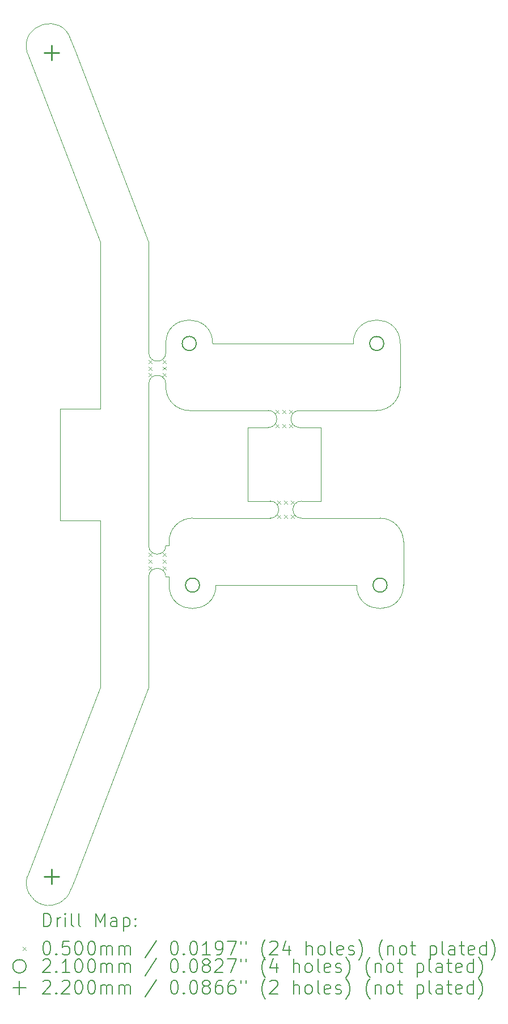
<source format=gbr>
%TF.GenerationSoftware,KiCad,Pcbnew,8.0.3*%
%TF.CreationDate,2025-05-12T21:07:48+02:00*%
%TF.ProjectId,IMU_PCBs,494d555f-5043-4427-932e-6b696361645f,rev?*%
%TF.SameCoordinates,Original*%
%TF.FileFunction,Drillmap*%
%TF.FilePolarity,Positive*%
%FSLAX45Y45*%
G04 Gerber Fmt 4.5, Leading zero omitted, Abs format (unit mm)*
G04 Created by KiCad (PCBNEW 8.0.3) date 2025-05-12 21:07:48*
%MOMM*%
%LPD*%
G01*
G04 APERTURE LIST*
%ADD10C,0.050000*%
%ADD11C,0.200000*%
%ADD12C,0.100000*%
%ADD13C,0.210000*%
%ADD14C,0.220000*%
G04 APERTURE END LIST*
D10*
X7278000Y-11407137D02*
X7278000Y-9737137D01*
X8602750Y-12248137D02*
X8603000Y-13897137D01*
X8906000Y-11782000D02*
X8856750Y-11782137D01*
X8906000Y-11721000D02*
X8906000Y-11782000D01*
X8906000Y-12249000D02*
X8856750Y-12248137D01*
X8906000Y-12371000D02*
X8906000Y-12249000D01*
X8856750Y-8900137D02*
X8857000Y-8763000D01*
X8856750Y-9366137D02*
X8857000Y-9413000D01*
X8602750Y-9366137D02*
X8602750Y-11782137D01*
X8603000Y-7247137D02*
X8602750Y-8900137D01*
X7513000Y-16722137D02*
X7440039Y-16912207D01*
X6788000Y-4422137D02*
G75*
G02*
X7440039Y-4232067I326020J95035D01*
G01*
X7513000Y-16722137D02*
X8603000Y-13897137D01*
X7878000Y-11407137D02*
X7278000Y-11407137D01*
X7513000Y-4422137D02*
X8603000Y-7247137D01*
X7878000Y-9737137D02*
X7278000Y-9737137D01*
X7878000Y-7247137D02*
X7878000Y-9737137D01*
X6788000Y-4422137D02*
X7878000Y-7247137D01*
X7513000Y-4422137D02*
X7440039Y-4232067D01*
X7878000Y-13897137D02*
X7878000Y-11407137D01*
X10882000Y-11117000D02*
X11177000Y-11117000D01*
X12406000Y-12371000D02*
G75*
G02*
X11706000Y-12371000I-350000J0D01*
G01*
X10077000Y-11117000D02*
X10077000Y-10017000D01*
X10388000Y-10017000D02*
X10077000Y-10017000D01*
X12357000Y-8763000D02*
X12357000Y-9413000D01*
X11177000Y-10017000D02*
X11177000Y-11117000D01*
X8906000Y-11721000D02*
G75*
G02*
X9256000Y-11371000I350000J0D01*
G01*
X9606000Y-12371000D02*
G75*
G02*
X8906000Y-12371000I-350000J0D01*
G01*
X10416000Y-11371000D02*
X9256000Y-11371000D01*
X12056000Y-11371000D02*
G75*
G02*
X12406000Y-11721000I0J-350000D01*
G01*
X12406000Y-12371000D02*
X12406000Y-11721000D01*
X10854000Y-9763000D02*
X12007000Y-9763000D01*
X10854000Y-10017000D02*
X11177000Y-10017000D01*
X11657000Y-8763000D02*
G75*
G02*
X12357000Y-8763000I350000J0D01*
G01*
X9557000Y-8763000D02*
X11657000Y-8763000D01*
X9207000Y-9763000D02*
G75*
G02*
X8857000Y-9413000I0J350000D01*
G01*
X12056000Y-11371000D02*
X10882000Y-11371000D01*
X8857000Y-8763000D02*
G75*
G02*
X9557000Y-8763000I350000J0D01*
G01*
X9207000Y-9763000D02*
X10388000Y-9763000D01*
X10416000Y-11117000D02*
X10077000Y-11117000D01*
X12357000Y-9413000D02*
G75*
G02*
X12007000Y-9763000I-350000J0D01*
G01*
X11706000Y-12371000D02*
X9606000Y-12371000D01*
X6788000Y-16722137D02*
X7878000Y-13897137D01*
X7440039Y-16912207D02*
G75*
G02*
X6788000Y-16722137I-326020J95033D01*
G01*
X8856750Y-8900137D02*
G75*
G02*
X8602750Y-8900137I-127000J0D01*
G01*
X8602750Y-9366137D02*
G75*
G02*
X8856750Y-9366137I127000J0D01*
G01*
X8602750Y-12248137D02*
G75*
G02*
X8856750Y-12248137I127000J0D01*
G01*
X8856750Y-11782137D02*
G75*
G02*
X8602750Y-11782137I-127000J0D01*
G01*
X10416000Y-11117000D02*
G75*
G02*
X10416000Y-11371000I0J-127000D01*
G01*
X10882000Y-11371000D02*
G75*
G02*
X10882000Y-11117000I0J127000D01*
G01*
X10388000Y-9763000D02*
G75*
G02*
X10388000Y-10017000I0J-127000D01*
G01*
X10854000Y-10017000D02*
G75*
G02*
X10854000Y-9763000I0J127000D01*
G01*
D11*
D12*
X8597750Y-9008137D02*
X8647750Y-9058137D01*
X8647750Y-9008137D02*
X8597750Y-9058137D01*
X8597750Y-9109137D02*
X8647750Y-9159137D01*
X8647750Y-9109137D02*
X8597750Y-9159137D01*
X8597750Y-9208137D02*
X8647750Y-9258137D01*
X8647750Y-9208137D02*
X8597750Y-9258137D01*
X8597750Y-11890137D02*
X8647750Y-11940137D01*
X8647750Y-11890137D02*
X8597750Y-11940137D01*
X8597750Y-11991137D02*
X8647750Y-12041137D01*
X8647750Y-11991137D02*
X8597750Y-12041137D01*
X8597750Y-12090137D02*
X8647750Y-12140137D01*
X8647750Y-12090137D02*
X8597750Y-12140137D01*
X8810750Y-9008137D02*
X8860750Y-9058137D01*
X8860750Y-9008137D02*
X8810750Y-9058137D01*
X8810750Y-9108137D02*
X8860750Y-9158137D01*
X8860750Y-9108137D02*
X8810750Y-9158137D01*
X8810750Y-9208137D02*
X8860750Y-9258137D01*
X8860750Y-9208137D02*
X8810750Y-9258137D01*
X8810750Y-11890137D02*
X8860750Y-11940137D01*
X8860750Y-11890137D02*
X8810750Y-11940137D01*
X8810750Y-11990137D02*
X8860750Y-12040137D01*
X8860750Y-11990137D02*
X8810750Y-12040137D01*
X8810750Y-12090137D02*
X8860750Y-12140137D01*
X8860750Y-12090137D02*
X8810750Y-12140137D01*
X10496000Y-9758000D02*
X10546000Y-9808000D01*
X10546000Y-9758000D02*
X10496000Y-9808000D01*
X10496000Y-9971000D02*
X10546000Y-10021000D01*
X10546000Y-9971000D02*
X10496000Y-10021000D01*
X10524000Y-11112000D02*
X10574000Y-11162000D01*
X10574000Y-11112000D02*
X10524000Y-11162000D01*
X10524000Y-11325000D02*
X10574000Y-11375000D01*
X10574000Y-11325000D02*
X10524000Y-11375000D01*
X10595000Y-9758000D02*
X10645000Y-9808000D01*
X10645000Y-9758000D02*
X10595000Y-9808000D01*
X10596000Y-9971000D02*
X10646000Y-10021000D01*
X10646000Y-9971000D02*
X10596000Y-10021000D01*
X10623000Y-11112000D02*
X10673000Y-11162000D01*
X10673000Y-11112000D02*
X10623000Y-11162000D01*
X10624000Y-11325000D02*
X10674000Y-11375000D01*
X10674000Y-11325000D02*
X10624000Y-11375000D01*
X10696000Y-9758000D02*
X10746000Y-9808000D01*
X10746000Y-9758000D02*
X10696000Y-9808000D01*
X10696000Y-9971000D02*
X10746000Y-10021000D01*
X10746000Y-9971000D02*
X10696000Y-10021000D01*
X10724000Y-11112000D02*
X10774000Y-11162000D01*
X10774000Y-11112000D02*
X10724000Y-11162000D01*
X10724000Y-11325000D02*
X10774000Y-11375000D01*
X10774000Y-11325000D02*
X10724000Y-11375000D01*
D13*
X9312000Y-8763000D02*
G75*
G02*
X9102000Y-8763000I-105000J0D01*
G01*
X9102000Y-8763000D02*
G75*
G02*
X9312000Y-8763000I105000J0D01*
G01*
X9361000Y-12371000D02*
G75*
G02*
X9151000Y-12371000I-105000J0D01*
G01*
X9151000Y-12371000D02*
G75*
G02*
X9361000Y-12371000I105000J0D01*
G01*
X12112000Y-8763000D02*
G75*
G02*
X11902000Y-8763000I-105000J0D01*
G01*
X11902000Y-8763000D02*
G75*
G02*
X12112000Y-8763000I105000J0D01*
G01*
X12161000Y-12371000D02*
G75*
G02*
X11951000Y-12371000I-105000J0D01*
G01*
X11951000Y-12371000D02*
G75*
G02*
X12161000Y-12371000I105000J0D01*
G01*
D14*
X7150500Y-4312137D02*
X7150500Y-4532137D01*
X7040500Y-4422137D02*
X7260500Y-4422137D01*
X7150500Y-16612137D02*
X7150500Y-16832137D01*
X7040500Y-16722137D02*
X7260500Y-16722137D01*
D11*
X7032707Y-17470747D02*
X7032707Y-17270747D01*
X7032707Y-17270747D02*
X7080326Y-17270747D01*
X7080326Y-17270747D02*
X7108898Y-17280271D01*
X7108898Y-17280271D02*
X7127945Y-17299318D01*
X7127945Y-17299318D02*
X7137469Y-17318366D01*
X7137469Y-17318366D02*
X7146993Y-17356461D01*
X7146993Y-17356461D02*
X7146993Y-17385033D01*
X7146993Y-17385033D02*
X7137469Y-17423128D01*
X7137469Y-17423128D02*
X7127945Y-17442176D01*
X7127945Y-17442176D02*
X7108898Y-17461223D01*
X7108898Y-17461223D02*
X7080326Y-17470747D01*
X7080326Y-17470747D02*
X7032707Y-17470747D01*
X7232707Y-17470747D02*
X7232707Y-17337414D01*
X7232707Y-17375509D02*
X7242231Y-17356461D01*
X7242231Y-17356461D02*
X7251755Y-17346937D01*
X7251755Y-17346937D02*
X7270802Y-17337414D01*
X7270802Y-17337414D02*
X7289850Y-17337414D01*
X7356517Y-17470747D02*
X7356517Y-17337414D01*
X7356517Y-17270747D02*
X7346993Y-17280271D01*
X7346993Y-17280271D02*
X7356517Y-17289795D01*
X7356517Y-17289795D02*
X7366040Y-17280271D01*
X7366040Y-17280271D02*
X7356517Y-17270747D01*
X7356517Y-17270747D02*
X7356517Y-17289795D01*
X7480326Y-17470747D02*
X7461278Y-17461223D01*
X7461278Y-17461223D02*
X7451755Y-17442176D01*
X7451755Y-17442176D02*
X7451755Y-17270747D01*
X7585088Y-17470747D02*
X7566040Y-17461223D01*
X7566040Y-17461223D02*
X7556517Y-17442176D01*
X7556517Y-17442176D02*
X7556517Y-17270747D01*
X7813659Y-17470747D02*
X7813659Y-17270747D01*
X7813659Y-17270747D02*
X7880326Y-17413604D01*
X7880326Y-17413604D02*
X7946993Y-17270747D01*
X7946993Y-17270747D02*
X7946993Y-17470747D01*
X8127945Y-17470747D02*
X8127945Y-17365985D01*
X8127945Y-17365985D02*
X8118421Y-17346937D01*
X8118421Y-17346937D02*
X8099374Y-17337414D01*
X8099374Y-17337414D02*
X8061278Y-17337414D01*
X8061278Y-17337414D02*
X8042231Y-17346937D01*
X8127945Y-17461223D02*
X8108898Y-17470747D01*
X8108898Y-17470747D02*
X8061278Y-17470747D01*
X8061278Y-17470747D02*
X8042231Y-17461223D01*
X8042231Y-17461223D02*
X8032707Y-17442176D01*
X8032707Y-17442176D02*
X8032707Y-17423128D01*
X8032707Y-17423128D02*
X8042231Y-17404080D01*
X8042231Y-17404080D02*
X8061278Y-17394557D01*
X8061278Y-17394557D02*
X8108898Y-17394557D01*
X8108898Y-17394557D02*
X8127945Y-17385033D01*
X8223183Y-17337414D02*
X8223183Y-17537414D01*
X8223183Y-17346937D02*
X8242231Y-17337414D01*
X8242231Y-17337414D02*
X8280326Y-17337414D01*
X8280326Y-17337414D02*
X8299374Y-17346937D01*
X8299374Y-17346937D02*
X8308898Y-17356461D01*
X8308898Y-17356461D02*
X8318421Y-17375509D01*
X8318421Y-17375509D02*
X8318421Y-17432652D01*
X8318421Y-17432652D02*
X8308898Y-17451699D01*
X8308898Y-17451699D02*
X8299374Y-17461223D01*
X8299374Y-17461223D02*
X8280326Y-17470747D01*
X8280326Y-17470747D02*
X8242231Y-17470747D01*
X8242231Y-17470747D02*
X8223183Y-17461223D01*
X8404136Y-17451699D02*
X8413660Y-17461223D01*
X8413660Y-17461223D02*
X8404136Y-17470747D01*
X8404136Y-17470747D02*
X8394612Y-17461223D01*
X8394612Y-17461223D02*
X8404136Y-17451699D01*
X8404136Y-17451699D02*
X8404136Y-17470747D01*
X8404136Y-17346937D02*
X8413660Y-17356461D01*
X8413660Y-17356461D02*
X8404136Y-17365985D01*
X8404136Y-17365985D02*
X8394612Y-17356461D01*
X8394612Y-17356461D02*
X8404136Y-17346937D01*
X8404136Y-17346937D02*
X8404136Y-17365985D01*
D12*
X6721930Y-17774263D02*
X6771930Y-17824263D01*
X6771930Y-17774263D02*
X6721930Y-17824263D01*
D11*
X7070802Y-17690747D02*
X7089850Y-17690747D01*
X7089850Y-17690747D02*
X7108898Y-17700271D01*
X7108898Y-17700271D02*
X7118421Y-17709795D01*
X7118421Y-17709795D02*
X7127945Y-17728842D01*
X7127945Y-17728842D02*
X7137469Y-17766937D01*
X7137469Y-17766937D02*
X7137469Y-17814557D01*
X7137469Y-17814557D02*
X7127945Y-17852652D01*
X7127945Y-17852652D02*
X7118421Y-17871699D01*
X7118421Y-17871699D02*
X7108898Y-17881223D01*
X7108898Y-17881223D02*
X7089850Y-17890747D01*
X7089850Y-17890747D02*
X7070802Y-17890747D01*
X7070802Y-17890747D02*
X7051755Y-17881223D01*
X7051755Y-17881223D02*
X7042231Y-17871699D01*
X7042231Y-17871699D02*
X7032707Y-17852652D01*
X7032707Y-17852652D02*
X7023183Y-17814557D01*
X7023183Y-17814557D02*
X7023183Y-17766937D01*
X7023183Y-17766937D02*
X7032707Y-17728842D01*
X7032707Y-17728842D02*
X7042231Y-17709795D01*
X7042231Y-17709795D02*
X7051755Y-17700271D01*
X7051755Y-17700271D02*
X7070802Y-17690747D01*
X7223183Y-17871699D02*
X7232707Y-17881223D01*
X7232707Y-17881223D02*
X7223183Y-17890747D01*
X7223183Y-17890747D02*
X7213659Y-17881223D01*
X7213659Y-17881223D02*
X7223183Y-17871699D01*
X7223183Y-17871699D02*
X7223183Y-17890747D01*
X7413659Y-17690747D02*
X7318421Y-17690747D01*
X7318421Y-17690747D02*
X7308898Y-17785985D01*
X7308898Y-17785985D02*
X7318421Y-17776461D01*
X7318421Y-17776461D02*
X7337469Y-17766937D01*
X7337469Y-17766937D02*
X7385088Y-17766937D01*
X7385088Y-17766937D02*
X7404136Y-17776461D01*
X7404136Y-17776461D02*
X7413659Y-17785985D01*
X7413659Y-17785985D02*
X7423183Y-17805033D01*
X7423183Y-17805033D02*
X7423183Y-17852652D01*
X7423183Y-17852652D02*
X7413659Y-17871699D01*
X7413659Y-17871699D02*
X7404136Y-17881223D01*
X7404136Y-17881223D02*
X7385088Y-17890747D01*
X7385088Y-17890747D02*
X7337469Y-17890747D01*
X7337469Y-17890747D02*
X7318421Y-17881223D01*
X7318421Y-17881223D02*
X7308898Y-17871699D01*
X7546993Y-17690747D02*
X7566040Y-17690747D01*
X7566040Y-17690747D02*
X7585088Y-17700271D01*
X7585088Y-17700271D02*
X7594612Y-17709795D01*
X7594612Y-17709795D02*
X7604136Y-17728842D01*
X7604136Y-17728842D02*
X7613659Y-17766937D01*
X7613659Y-17766937D02*
X7613659Y-17814557D01*
X7613659Y-17814557D02*
X7604136Y-17852652D01*
X7604136Y-17852652D02*
X7594612Y-17871699D01*
X7594612Y-17871699D02*
X7585088Y-17881223D01*
X7585088Y-17881223D02*
X7566040Y-17890747D01*
X7566040Y-17890747D02*
X7546993Y-17890747D01*
X7546993Y-17890747D02*
X7527945Y-17881223D01*
X7527945Y-17881223D02*
X7518421Y-17871699D01*
X7518421Y-17871699D02*
X7508898Y-17852652D01*
X7508898Y-17852652D02*
X7499374Y-17814557D01*
X7499374Y-17814557D02*
X7499374Y-17766937D01*
X7499374Y-17766937D02*
X7508898Y-17728842D01*
X7508898Y-17728842D02*
X7518421Y-17709795D01*
X7518421Y-17709795D02*
X7527945Y-17700271D01*
X7527945Y-17700271D02*
X7546993Y-17690747D01*
X7737469Y-17690747D02*
X7756517Y-17690747D01*
X7756517Y-17690747D02*
X7775564Y-17700271D01*
X7775564Y-17700271D02*
X7785088Y-17709795D01*
X7785088Y-17709795D02*
X7794612Y-17728842D01*
X7794612Y-17728842D02*
X7804136Y-17766937D01*
X7804136Y-17766937D02*
X7804136Y-17814557D01*
X7804136Y-17814557D02*
X7794612Y-17852652D01*
X7794612Y-17852652D02*
X7785088Y-17871699D01*
X7785088Y-17871699D02*
X7775564Y-17881223D01*
X7775564Y-17881223D02*
X7756517Y-17890747D01*
X7756517Y-17890747D02*
X7737469Y-17890747D01*
X7737469Y-17890747D02*
X7718421Y-17881223D01*
X7718421Y-17881223D02*
X7708898Y-17871699D01*
X7708898Y-17871699D02*
X7699374Y-17852652D01*
X7699374Y-17852652D02*
X7689850Y-17814557D01*
X7689850Y-17814557D02*
X7689850Y-17766937D01*
X7689850Y-17766937D02*
X7699374Y-17728842D01*
X7699374Y-17728842D02*
X7708898Y-17709795D01*
X7708898Y-17709795D02*
X7718421Y-17700271D01*
X7718421Y-17700271D02*
X7737469Y-17690747D01*
X7889850Y-17890747D02*
X7889850Y-17757414D01*
X7889850Y-17776461D02*
X7899374Y-17766937D01*
X7899374Y-17766937D02*
X7918421Y-17757414D01*
X7918421Y-17757414D02*
X7946993Y-17757414D01*
X7946993Y-17757414D02*
X7966040Y-17766937D01*
X7966040Y-17766937D02*
X7975564Y-17785985D01*
X7975564Y-17785985D02*
X7975564Y-17890747D01*
X7975564Y-17785985D02*
X7985088Y-17766937D01*
X7985088Y-17766937D02*
X8004136Y-17757414D01*
X8004136Y-17757414D02*
X8032707Y-17757414D01*
X8032707Y-17757414D02*
X8051755Y-17766937D01*
X8051755Y-17766937D02*
X8061279Y-17785985D01*
X8061279Y-17785985D02*
X8061279Y-17890747D01*
X8156517Y-17890747D02*
X8156517Y-17757414D01*
X8156517Y-17776461D02*
X8166040Y-17766937D01*
X8166040Y-17766937D02*
X8185088Y-17757414D01*
X8185088Y-17757414D02*
X8213660Y-17757414D01*
X8213660Y-17757414D02*
X8232707Y-17766937D01*
X8232707Y-17766937D02*
X8242231Y-17785985D01*
X8242231Y-17785985D02*
X8242231Y-17890747D01*
X8242231Y-17785985D02*
X8251755Y-17766937D01*
X8251755Y-17766937D02*
X8270802Y-17757414D01*
X8270802Y-17757414D02*
X8299374Y-17757414D01*
X8299374Y-17757414D02*
X8318421Y-17766937D01*
X8318421Y-17766937D02*
X8327945Y-17785985D01*
X8327945Y-17785985D02*
X8327945Y-17890747D01*
X8718422Y-17681223D02*
X8546993Y-17938366D01*
X8975564Y-17690747D02*
X8994612Y-17690747D01*
X8994612Y-17690747D02*
X9013660Y-17700271D01*
X9013660Y-17700271D02*
X9023184Y-17709795D01*
X9023184Y-17709795D02*
X9032707Y-17728842D01*
X9032707Y-17728842D02*
X9042231Y-17766937D01*
X9042231Y-17766937D02*
X9042231Y-17814557D01*
X9042231Y-17814557D02*
X9032707Y-17852652D01*
X9032707Y-17852652D02*
X9023184Y-17871699D01*
X9023184Y-17871699D02*
X9013660Y-17881223D01*
X9013660Y-17881223D02*
X8994612Y-17890747D01*
X8994612Y-17890747D02*
X8975564Y-17890747D01*
X8975564Y-17890747D02*
X8956517Y-17881223D01*
X8956517Y-17881223D02*
X8946993Y-17871699D01*
X8946993Y-17871699D02*
X8937469Y-17852652D01*
X8937469Y-17852652D02*
X8927945Y-17814557D01*
X8927945Y-17814557D02*
X8927945Y-17766937D01*
X8927945Y-17766937D02*
X8937469Y-17728842D01*
X8937469Y-17728842D02*
X8946993Y-17709795D01*
X8946993Y-17709795D02*
X8956517Y-17700271D01*
X8956517Y-17700271D02*
X8975564Y-17690747D01*
X9127945Y-17871699D02*
X9137469Y-17881223D01*
X9137469Y-17881223D02*
X9127945Y-17890747D01*
X9127945Y-17890747D02*
X9118422Y-17881223D01*
X9118422Y-17881223D02*
X9127945Y-17871699D01*
X9127945Y-17871699D02*
X9127945Y-17890747D01*
X9261279Y-17690747D02*
X9280326Y-17690747D01*
X9280326Y-17690747D02*
X9299374Y-17700271D01*
X9299374Y-17700271D02*
X9308898Y-17709795D01*
X9308898Y-17709795D02*
X9318422Y-17728842D01*
X9318422Y-17728842D02*
X9327945Y-17766937D01*
X9327945Y-17766937D02*
X9327945Y-17814557D01*
X9327945Y-17814557D02*
X9318422Y-17852652D01*
X9318422Y-17852652D02*
X9308898Y-17871699D01*
X9308898Y-17871699D02*
X9299374Y-17881223D01*
X9299374Y-17881223D02*
X9280326Y-17890747D01*
X9280326Y-17890747D02*
X9261279Y-17890747D01*
X9261279Y-17890747D02*
X9242231Y-17881223D01*
X9242231Y-17881223D02*
X9232707Y-17871699D01*
X9232707Y-17871699D02*
X9223184Y-17852652D01*
X9223184Y-17852652D02*
X9213660Y-17814557D01*
X9213660Y-17814557D02*
X9213660Y-17766937D01*
X9213660Y-17766937D02*
X9223184Y-17728842D01*
X9223184Y-17728842D02*
X9232707Y-17709795D01*
X9232707Y-17709795D02*
X9242231Y-17700271D01*
X9242231Y-17700271D02*
X9261279Y-17690747D01*
X9518422Y-17890747D02*
X9404136Y-17890747D01*
X9461279Y-17890747D02*
X9461279Y-17690747D01*
X9461279Y-17690747D02*
X9442231Y-17719318D01*
X9442231Y-17719318D02*
X9423184Y-17738366D01*
X9423184Y-17738366D02*
X9404136Y-17747890D01*
X9613660Y-17890747D02*
X9651755Y-17890747D01*
X9651755Y-17890747D02*
X9670803Y-17881223D01*
X9670803Y-17881223D02*
X9680326Y-17871699D01*
X9680326Y-17871699D02*
X9699374Y-17843128D01*
X9699374Y-17843128D02*
X9708898Y-17805033D01*
X9708898Y-17805033D02*
X9708898Y-17728842D01*
X9708898Y-17728842D02*
X9699374Y-17709795D01*
X9699374Y-17709795D02*
X9689850Y-17700271D01*
X9689850Y-17700271D02*
X9670803Y-17690747D01*
X9670803Y-17690747D02*
X9632707Y-17690747D01*
X9632707Y-17690747D02*
X9613660Y-17700271D01*
X9613660Y-17700271D02*
X9604136Y-17709795D01*
X9604136Y-17709795D02*
X9594612Y-17728842D01*
X9594612Y-17728842D02*
X9594612Y-17776461D01*
X9594612Y-17776461D02*
X9604136Y-17795509D01*
X9604136Y-17795509D02*
X9613660Y-17805033D01*
X9613660Y-17805033D02*
X9632707Y-17814557D01*
X9632707Y-17814557D02*
X9670803Y-17814557D01*
X9670803Y-17814557D02*
X9689850Y-17805033D01*
X9689850Y-17805033D02*
X9699374Y-17795509D01*
X9699374Y-17795509D02*
X9708898Y-17776461D01*
X9775565Y-17690747D02*
X9908898Y-17690747D01*
X9908898Y-17690747D02*
X9823184Y-17890747D01*
X9975565Y-17690747D02*
X9975565Y-17728842D01*
X10051755Y-17690747D02*
X10051755Y-17728842D01*
X10346993Y-17966937D02*
X10337469Y-17957414D01*
X10337469Y-17957414D02*
X10318422Y-17928842D01*
X10318422Y-17928842D02*
X10308898Y-17909795D01*
X10308898Y-17909795D02*
X10299374Y-17881223D01*
X10299374Y-17881223D02*
X10289850Y-17833604D01*
X10289850Y-17833604D02*
X10289850Y-17795509D01*
X10289850Y-17795509D02*
X10299374Y-17747890D01*
X10299374Y-17747890D02*
X10308898Y-17719318D01*
X10308898Y-17719318D02*
X10318422Y-17700271D01*
X10318422Y-17700271D02*
X10337469Y-17671699D01*
X10337469Y-17671699D02*
X10346993Y-17662176D01*
X10413660Y-17709795D02*
X10423184Y-17700271D01*
X10423184Y-17700271D02*
X10442231Y-17690747D01*
X10442231Y-17690747D02*
X10489850Y-17690747D01*
X10489850Y-17690747D02*
X10508898Y-17700271D01*
X10508898Y-17700271D02*
X10518422Y-17709795D01*
X10518422Y-17709795D02*
X10527946Y-17728842D01*
X10527946Y-17728842D02*
X10527946Y-17747890D01*
X10527946Y-17747890D02*
X10518422Y-17776461D01*
X10518422Y-17776461D02*
X10404136Y-17890747D01*
X10404136Y-17890747D02*
X10527946Y-17890747D01*
X10699374Y-17757414D02*
X10699374Y-17890747D01*
X10651755Y-17681223D02*
X10604136Y-17824080D01*
X10604136Y-17824080D02*
X10727946Y-17824080D01*
X10956517Y-17890747D02*
X10956517Y-17690747D01*
X11042231Y-17890747D02*
X11042231Y-17785985D01*
X11042231Y-17785985D02*
X11032708Y-17766937D01*
X11032708Y-17766937D02*
X11013660Y-17757414D01*
X11013660Y-17757414D02*
X10985088Y-17757414D01*
X10985088Y-17757414D02*
X10966041Y-17766937D01*
X10966041Y-17766937D02*
X10956517Y-17776461D01*
X11166041Y-17890747D02*
X11146993Y-17881223D01*
X11146993Y-17881223D02*
X11137469Y-17871699D01*
X11137469Y-17871699D02*
X11127946Y-17852652D01*
X11127946Y-17852652D02*
X11127946Y-17795509D01*
X11127946Y-17795509D02*
X11137469Y-17776461D01*
X11137469Y-17776461D02*
X11146993Y-17766937D01*
X11146993Y-17766937D02*
X11166041Y-17757414D01*
X11166041Y-17757414D02*
X11194612Y-17757414D01*
X11194612Y-17757414D02*
X11213660Y-17766937D01*
X11213660Y-17766937D02*
X11223184Y-17776461D01*
X11223184Y-17776461D02*
X11232707Y-17795509D01*
X11232707Y-17795509D02*
X11232707Y-17852652D01*
X11232707Y-17852652D02*
X11223184Y-17871699D01*
X11223184Y-17871699D02*
X11213660Y-17881223D01*
X11213660Y-17881223D02*
X11194612Y-17890747D01*
X11194612Y-17890747D02*
X11166041Y-17890747D01*
X11346993Y-17890747D02*
X11327946Y-17881223D01*
X11327946Y-17881223D02*
X11318422Y-17862176D01*
X11318422Y-17862176D02*
X11318422Y-17690747D01*
X11499374Y-17881223D02*
X11480327Y-17890747D01*
X11480327Y-17890747D02*
X11442231Y-17890747D01*
X11442231Y-17890747D02*
X11423184Y-17881223D01*
X11423184Y-17881223D02*
X11413660Y-17862176D01*
X11413660Y-17862176D02*
X11413660Y-17785985D01*
X11413660Y-17785985D02*
X11423184Y-17766937D01*
X11423184Y-17766937D02*
X11442231Y-17757414D01*
X11442231Y-17757414D02*
X11480327Y-17757414D01*
X11480327Y-17757414D02*
X11499374Y-17766937D01*
X11499374Y-17766937D02*
X11508898Y-17785985D01*
X11508898Y-17785985D02*
X11508898Y-17805033D01*
X11508898Y-17805033D02*
X11413660Y-17824080D01*
X11585088Y-17881223D02*
X11604136Y-17890747D01*
X11604136Y-17890747D02*
X11642231Y-17890747D01*
X11642231Y-17890747D02*
X11661279Y-17881223D01*
X11661279Y-17881223D02*
X11670803Y-17862176D01*
X11670803Y-17862176D02*
X11670803Y-17852652D01*
X11670803Y-17852652D02*
X11661279Y-17833604D01*
X11661279Y-17833604D02*
X11642231Y-17824080D01*
X11642231Y-17824080D02*
X11613660Y-17824080D01*
X11613660Y-17824080D02*
X11594612Y-17814557D01*
X11594612Y-17814557D02*
X11585088Y-17795509D01*
X11585088Y-17795509D02*
X11585088Y-17785985D01*
X11585088Y-17785985D02*
X11594612Y-17766937D01*
X11594612Y-17766937D02*
X11613660Y-17757414D01*
X11613660Y-17757414D02*
X11642231Y-17757414D01*
X11642231Y-17757414D02*
X11661279Y-17766937D01*
X11737469Y-17966937D02*
X11746993Y-17957414D01*
X11746993Y-17957414D02*
X11766041Y-17928842D01*
X11766041Y-17928842D02*
X11775565Y-17909795D01*
X11775565Y-17909795D02*
X11785088Y-17881223D01*
X11785088Y-17881223D02*
X11794612Y-17833604D01*
X11794612Y-17833604D02*
X11794612Y-17795509D01*
X11794612Y-17795509D02*
X11785088Y-17747890D01*
X11785088Y-17747890D02*
X11775565Y-17719318D01*
X11775565Y-17719318D02*
X11766041Y-17700271D01*
X11766041Y-17700271D02*
X11746993Y-17671699D01*
X11746993Y-17671699D02*
X11737469Y-17662176D01*
X12099374Y-17966937D02*
X12089850Y-17957414D01*
X12089850Y-17957414D02*
X12070803Y-17928842D01*
X12070803Y-17928842D02*
X12061279Y-17909795D01*
X12061279Y-17909795D02*
X12051755Y-17881223D01*
X12051755Y-17881223D02*
X12042231Y-17833604D01*
X12042231Y-17833604D02*
X12042231Y-17795509D01*
X12042231Y-17795509D02*
X12051755Y-17747890D01*
X12051755Y-17747890D02*
X12061279Y-17719318D01*
X12061279Y-17719318D02*
X12070803Y-17700271D01*
X12070803Y-17700271D02*
X12089850Y-17671699D01*
X12089850Y-17671699D02*
X12099374Y-17662176D01*
X12175565Y-17757414D02*
X12175565Y-17890747D01*
X12175565Y-17776461D02*
X12185088Y-17766937D01*
X12185088Y-17766937D02*
X12204136Y-17757414D01*
X12204136Y-17757414D02*
X12232708Y-17757414D01*
X12232708Y-17757414D02*
X12251755Y-17766937D01*
X12251755Y-17766937D02*
X12261279Y-17785985D01*
X12261279Y-17785985D02*
X12261279Y-17890747D01*
X12385088Y-17890747D02*
X12366041Y-17881223D01*
X12366041Y-17881223D02*
X12356517Y-17871699D01*
X12356517Y-17871699D02*
X12346993Y-17852652D01*
X12346993Y-17852652D02*
X12346993Y-17795509D01*
X12346993Y-17795509D02*
X12356517Y-17776461D01*
X12356517Y-17776461D02*
X12366041Y-17766937D01*
X12366041Y-17766937D02*
X12385088Y-17757414D01*
X12385088Y-17757414D02*
X12413660Y-17757414D01*
X12413660Y-17757414D02*
X12432708Y-17766937D01*
X12432708Y-17766937D02*
X12442231Y-17776461D01*
X12442231Y-17776461D02*
X12451755Y-17795509D01*
X12451755Y-17795509D02*
X12451755Y-17852652D01*
X12451755Y-17852652D02*
X12442231Y-17871699D01*
X12442231Y-17871699D02*
X12432708Y-17881223D01*
X12432708Y-17881223D02*
X12413660Y-17890747D01*
X12413660Y-17890747D02*
X12385088Y-17890747D01*
X12508898Y-17757414D02*
X12585088Y-17757414D01*
X12537469Y-17690747D02*
X12537469Y-17862176D01*
X12537469Y-17862176D02*
X12546993Y-17881223D01*
X12546993Y-17881223D02*
X12566041Y-17890747D01*
X12566041Y-17890747D02*
X12585088Y-17890747D01*
X12804136Y-17757414D02*
X12804136Y-17957414D01*
X12804136Y-17766937D02*
X12823184Y-17757414D01*
X12823184Y-17757414D02*
X12861279Y-17757414D01*
X12861279Y-17757414D02*
X12880327Y-17766937D01*
X12880327Y-17766937D02*
X12889850Y-17776461D01*
X12889850Y-17776461D02*
X12899374Y-17795509D01*
X12899374Y-17795509D02*
X12899374Y-17852652D01*
X12899374Y-17852652D02*
X12889850Y-17871699D01*
X12889850Y-17871699D02*
X12880327Y-17881223D01*
X12880327Y-17881223D02*
X12861279Y-17890747D01*
X12861279Y-17890747D02*
X12823184Y-17890747D01*
X12823184Y-17890747D02*
X12804136Y-17881223D01*
X13013660Y-17890747D02*
X12994612Y-17881223D01*
X12994612Y-17881223D02*
X12985089Y-17862176D01*
X12985089Y-17862176D02*
X12985089Y-17690747D01*
X13175565Y-17890747D02*
X13175565Y-17785985D01*
X13175565Y-17785985D02*
X13166041Y-17766937D01*
X13166041Y-17766937D02*
X13146993Y-17757414D01*
X13146993Y-17757414D02*
X13108898Y-17757414D01*
X13108898Y-17757414D02*
X13089850Y-17766937D01*
X13175565Y-17881223D02*
X13156517Y-17890747D01*
X13156517Y-17890747D02*
X13108898Y-17890747D01*
X13108898Y-17890747D02*
X13089850Y-17881223D01*
X13089850Y-17881223D02*
X13080327Y-17862176D01*
X13080327Y-17862176D02*
X13080327Y-17843128D01*
X13080327Y-17843128D02*
X13089850Y-17824080D01*
X13089850Y-17824080D02*
X13108898Y-17814557D01*
X13108898Y-17814557D02*
X13156517Y-17814557D01*
X13156517Y-17814557D02*
X13175565Y-17805033D01*
X13242231Y-17757414D02*
X13318422Y-17757414D01*
X13270803Y-17690747D02*
X13270803Y-17862176D01*
X13270803Y-17862176D02*
X13280327Y-17881223D01*
X13280327Y-17881223D02*
X13299374Y-17890747D01*
X13299374Y-17890747D02*
X13318422Y-17890747D01*
X13461279Y-17881223D02*
X13442231Y-17890747D01*
X13442231Y-17890747D02*
X13404136Y-17890747D01*
X13404136Y-17890747D02*
X13385089Y-17881223D01*
X13385089Y-17881223D02*
X13375565Y-17862176D01*
X13375565Y-17862176D02*
X13375565Y-17785985D01*
X13375565Y-17785985D02*
X13385089Y-17766937D01*
X13385089Y-17766937D02*
X13404136Y-17757414D01*
X13404136Y-17757414D02*
X13442231Y-17757414D01*
X13442231Y-17757414D02*
X13461279Y-17766937D01*
X13461279Y-17766937D02*
X13470803Y-17785985D01*
X13470803Y-17785985D02*
X13470803Y-17805033D01*
X13470803Y-17805033D02*
X13375565Y-17824080D01*
X13642231Y-17890747D02*
X13642231Y-17690747D01*
X13642231Y-17881223D02*
X13623184Y-17890747D01*
X13623184Y-17890747D02*
X13585089Y-17890747D01*
X13585089Y-17890747D02*
X13566041Y-17881223D01*
X13566041Y-17881223D02*
X13556517Y-17871699D01*
X13556517Y-17871699D02*
X13546993Y-17852652D01*
X13546993Y-17852652D02*
X13546993Y-17795509D01*
X13546993Y-17795509D02*
X13556517Y-17776461D01*
X13556517Y-17776461D02*
X13566041Y-17766937D01*
X13566041Y-17766937D02*
X13585089Y-17757414D01*
X13585089Y-17757414D02*
X13623184Y-17757414D01*
X13623184Y-17757414D02*
X13642231Y-17766937D01*
X13718422Y-17966937D02*
X13727946Y-17957414D01*
X13727946Y-17957414D02*
X13746993Y-17928842D01*
X13746993Y-17928842D02*
X13756517Y-17909795D01*
X13756517Y-17909795D02*
X13766041Y-17881223D01*
X13766041Y-17881223D02*
X13775565Y-17833604D01*
X13775565Y-17833604D02*
X13775565Y-17795509D01*
X13775565Y-17795509D02*
X13766041Y-17747890D01*
X13766041Y-17747890D02*
X13756517Y-17719318D01*
X13756517Y-17719318D02*
X13746993Y-17700271D01*
X13746993Y-17700271D02*
X13727946Y-17671699D01*
X13727946Y-17671699D02*
X13718422Y-17662176D01*
X6771930Y-18063263D02*
G75*
G02*
X6571930Y-18063263I-100000J0D01*
G01*
X6571930Y-18063263D02*
G75*
G02*
X6771930Y-18063263I100000J0D01*
G01*
X7023183Y-17973795D02*
X7032707Y-17964271D01*
X7032707Y-17964271D02*
X7051755Y-17954747D01*
X7051755Y-17954747D02*
X7099374Y-17954747D01*
X7099374Y-17954747D02*
X7118421Y-17964271D01*
X7118421Y-17964271D02*
X7127945Y-17973795D01*
X7127945Y-17973795D02*
X7137469Y-17992842D01*
X7137469Y-17992842D02*
X7137469Y-18011890D01*
X7137469Y-18011890D02*
X7127945Y-18040461D01*
X7127945Y-18040461D02*
X7013659Y-18154747D01*
X7013659Y-18154747D02*
X7137469Y-18154747D01*
X7223183Y-18135699D02*
X7232707Y-18145223D01*
X7232707Y-18145223D02*
X7223183Y-18154747D01*
X7223183Y-18154747D02*
X7213659Y-18145223D01*
X7213659Y-18145223D02*
X7223183Y-18135699D01*
X7223183Y-18135699D02*
X7223183Y-18154747D01*
X7423183Y-18154747D02*
X7308898Y-18154747D01*
X7366040Y-18154747D02*
X7366040Y-17954747D01*
X7366040Y-17954747D02*
X7346993Y-17983318D01*
X7346993Y-17983318D02*
X7327945Y-18002366D01*
X7327945Y-18002366D02*
X7308898Y-18011890D01*
X7546993Y-17954747D02*
X7566040Y-17954747D01*
X7566040Y-17954747D02*
X7585088Y-17964271D01*
X7585088Y-17964271D02*
X7594612Y-17973795D01*
X7594612Y-17973795D02*
X7604136Y-17992842D01*
X7604136Y-17992842D02*
X7613659Y-18030937D01*
X7613659Y-18030937D02*
X7613659Y-18078557D01*
X7613659Y-18078557D02*
X7604136Y-18116652D01*
X7604136Y-18116652D02*
X7594612Y-18135699D01*
X7594612Y-18135699D02*
X7585088Y-18145223D01*
X7585088Y-18145223D02*
X7566040Y-18154747D01*
X7566040Y-18154747D02*
X7546993Y-18154747D01*
X7546993Y-18154747D02*
X7527945Y-18145223D01*
X7527945Y-18145223D02*
X7518421Y-18135699D01*
X7518421Y-18135699D02*
X7508898Y-18116652D01*
X7508898Y-18116652D02*
X7499374Y-18078557D01*
X7499374Y-18078557D02*
X7499374Y-18030937D01*
X7499374Y-18030937D02*
X7508898Y-17992842D01*
X7508898Y-17992842D02*
X7518421Y-17973795D01*
X7518421Y-17973795D02*
X7527945Y-17964271D01*
X7527945Y-17964271D02*
X7546993Y-17954747D01*
X7737469Y-17954747D02*
X7756517Y-17954747D01*
X7756517Y-17954747D02*
X7775564Y-17964271D01*
X7775564Y-17964271D02*
X7785088Y-17973795D01*
X7785088Y-17973795D02*
X7794612Y-17992842D01*
X7794612Y-17992842D02*
X7804136Y-18030937D01*
X7804136Y-18030937D02*
X7804136Y-18078557D01*
X7804136Y-18078557D02*
X7794612Y-18116652D01*
X7794612Y-18116652D02*
X7785088Y-18135699D01*
X7785088Y-18135699D02*
X7775564Y-18145223D01*
X7775564Y-18145223D02*
X7756517Y-18154747D01*
X7756517Y-18154747D02*
X7737469Y-18154747D01*
X7737469Y-18154747D02*
X7718421Y-18145223D01*
X7718421Y-18145223D02*
X7708898Y-18135699D01*
X7708898Y-18135699D02*
X7699374Y-18116652D01*
X7699374Y-18116652D02*
X7689850Y-18078557D01*
X7689850Y-18078557D02*
X7689850Y-18030937D01*
X7689850Y-18030937D02*
X7699374Y-17992842D01*
X7699374Y-17992842D02*
X7708898Y-17973795D01*
X7708898Y-17973795D02*
X7718421Y-17964271D01*
X7718421Y-17964271D02*
X7737469Y-17954747D01*
X7889850Y-18154747D02*
X7889850Y-18021414D01*
X7889850Y-18040461D02*
X7899374Y-18030937D01*
X7899374Y-18030937D02*
X7918421Y-18021414D01*
X7918421Y-18021414D02*
X7946993Y-18021414D01*
X7946993Y-18021414D02*
X7966040Y-18030937D01*
X7966040Y-18030937D02*
X7975564Y-18049985D01*
X7975564Y-18049985D02*
X7975564Y-18154747D01*
X7975564Y-18049985D02*
X7985088Y-18030937D01*
X7985088Y-18030937D02*
X8004136Y-18021414D01*
X8004136Y-18021414D02*
X8032707Y-18021414D01*
X8032707Y-18021414D02*
X8051755Y-18030937D01*
X8051755Y-18030937D02*
X8061279Y-18049985D01*
X8061279Y-18049985D02*
X8061279Y-18154747D01*
X8156517Y-18154747D02*
X8156517Y-18021414D01*
X8156517Y-18040461D02*
X8166040Y-18030937D01*
X8166040Y-18030937D02*
X8185088Y-18021414D01*
X8185088Y-18021414D02*
X8213660Y-18021414D01*
X8213660Y-18021414D02*
X8232707Y-18030937D01*
X8232707Y-18030937D02*
X8242231Y-18049985D01*
X8242231Y-18049985D02*
X8242231Y-18154747D01*
X8242231Y-18049985D02*
X8251755Y-18030937D01*
X8251755Y-18030937D02*
X8270802Y-18021414D01*
X8270802Y-18021414D02*
X8299374Y-18021414D01*
X8299374Y-18021414D02*
X8318421Y-18030937D01*
X8318421Y-18030937D02*
X8327945Y-18049985D01*
X8327945Y-18049985D02*
X8327945Y-18154747D01*
X8718422Y-17945223D02*
X8546993Y-18202366D01*
X8975564Y-17954747D02*
X8994612Y-17954747D01*
X8994612Y-17954747D02*
X9013660Y-17964271D01*
X9013660Y-17964271D02*
X9023184Y-17973795D01*
X9023184Y-17973795D02*
X9032707Y-17992842D01*
X9032707Y-17992842D02*
X9042231Y-18030937D01*
X9042231Y-18030937D02*
X9042231Y-18078557D01*
X9042231Y-18078557D02*
X9032707Y-18116652D01*
X9032707Y-18116652D02*
X9023184Y-18135699D01*
X9023184Y-18135699D02*
X9013660Y-18145223D01*
X9013660Y-18145223D02*
X8994612Y-18154747D01*
X8994612Y-18154747D02*
X8975564Y-18154747D01*
X8975564Y-18154747D02*
X8956517Y-18145223D01*
X8956517Y-18145223D02*
X8946993Y-18135699D01*
X8946993Y-18135699D02*
X8937469Y-18116652D01*
X8937469Y-18116652D02*
X8927945Y-18078557D01*
X8927945Y-18078557D02*
X8927945Y-18030937D01*
X8927945Y-18030937D02*
X8937469Y-17992842D01*
X8937469Y-17992842D02*
X8946993Y-17973795D01*
X8946993Y-17973795D02*
X8956517Y-17964271D01*
X8956517Y-17964271D02*
X8975564Y-17954747D01*
X9127945Y-18135699D02*
X9137469Y-18145223D01*
X9137469Y-18145223D02*
X9127945Y-18154747D01*
X9127945Y-18154747D02*
X9118422Y-18145223D01*
X9118422Y-18145223D02*
X9127945Y-18135699D01*
X9127945Y-18135699D02*
X9127945Y-18154747D01*
X9261279Y-17954747D02*
X9280326Y-17954747D01*
X9280326Y-17954747D02*
X9299374Y-17964271D01*
X9299374Y-17964271D02*
X9308898Y-17973795D01*
X9308898Y-17973795D02*
X9318422Y-17992842D01*
X9318422Y-17992842D02*
X9327945Y-18030937D01*
X9327945Y-18030937D02*
X9327945Y-18078557D01*
X9327945Y-18078557D02*
X9318422Y-18116652D01*
X9318422Y-18116652D02*
X9308898Y-18135699D01*
X9308898Y-18135699D02*
X9299374Y-18145223D01*
X9299374Y-18145223D02*
X9280326Y-18154747D01*
X9280326Y-18154747D02*
X9261279Y-18154747D01*
X9261279Y-18154747D02*
X9242231Y-18145223D01*
X9242231Y-18145223D02*
X9232707Y-18135699D01*
X9232707Y-18135699D02*
X9223184Y-18116652D01*
X9223184Y-18116652D02*
X9213660Y-18078557D01*
X9213660Y-18078557D02*
X9213660Y-18030937D01*
X9213660Y-18030937D02*
X9223184Y-17992842D01*
X9223184Y-17992842D02*
X9232707Y-17973795D01*
X9232707Y-17973795D02*
X9242231Y-17964271D01*
X9242231Y-17964271D02*
X9261279Y-17954747D01*
X9442231Y-18040461D02*
X9423184Y-18030937D01*
X9423184Y-18030937D02*
X9413660Y-18021414D01*
X9413660Y-18021414D02*
X9404136Y-18002366D01*
X9404136Y-18002366D02*
X9404136Y-17992842D01*
X9404136Y-17992842D02*
X9413660Y-17973795D01*
X9413660Y-17973795D02*
X9423184Y-17964271D01*
X9423184Y-17964271D02*
X9442231Y-17954747D01*
X9442231Y-17954747D02*
X9480326Y-17954747D01*
X9480326Y-17954747D02*
X9499374Y-17964271D01*
X9499374Y-17964271D02*
X9508898Y-17973795D01*
X9508898Y-17973795D02*
X9518422Y-17992842D01*
X9518422Y-17992842D02*
X9518422Y-18002366D01*
X9518422Y-18002366D02*
X9508898Y-18021414D01*
X9508898Y-18021414D02*
X9499374Y-18030937D01*
X9499374Y-18030937D02*
X9480326Y-18040461D01*
X9480326Y-18040461D02*
X9442231Y-18040461D01*
X9442231Y-18040461D02*
X9423184Y-18049985D01*
X9423184Y-18049985D02*
X9413660Y-18059509D01*
X9413660Y-18059509D02*
X9404136Y-18078557D01*
X9404136Y-18078557D02*
X9404136Y-18116652D01*
X9404136Y-18116652D02*
X9413660Y-18135699D01*
X9413660Y-18135699D02*
X9423184Y-18145223D01*
X9423184Y-18145223D02*
X9442231Y-18154747D01*
X9442231Y-18154747D02*
X9480326Y-18154747D01*
X9480326Y-18154747D02*
X9499374Y-18145223D01*
X9499374Y-18145223D02*
X9508898Y-18135699D01*
X9508898Y-18135699D02*
X9518422Y-18116652D01*
X9518422Y-18116652D02*
X9518422Y-18078557D01*
X9518422Y-18078557D02*
X9508898Y-18059509D01*
X9508898Y-18059509D02*
X9499374Y-18049985D01*
X9499374Y-18049985D02*
X9480326Y-18040461D01*
X9594612Y-17973795D02*
X9604136Y-17964271D01*
X9604136Y-17964271D02*
X9623184Y-17954747D01*
X9623184Y-17954747D02*
X9670803Y-17954747D01*
X9670803Y-17954747D02*
X9689850Y-17964271D01*
X9689850Y-17964271D02*
X9699374Y-17973795D01*
X9699374Y-17973795D02*
X9708898Y-17992842D01*
X9708898Y-17992842D02*
X9708898Y-18011890D01*
X9708898Y-18011890D02*
X9699374Y-18040461D01*
X9699374Y-18040461D02*
X9585088Y-18154747D01*
X9585088Y-18154747D02*
X9708898Y-18154747D01*
X9775565Y-17954747D02*
X9908898Y-17954747D01*
X9908898Y-17954747D02*
X9823184Y-18154747D01*
X9975565Y-17954747D02*
X9975565Y-17992842D01*
X10051755Y-17954747D02*
X10051755Y-17992842D01*
X10346993Y-18230937D02*
X10337469Y-18221414D01*
X10337469Y-18221414D02*
X10318422Y-18192842D01*
X10318422Y-18192842D02*
X10308898Y-18173795D01*
X10308898Y-18173795D02*
X10299374Y-18145223D01*
X10299374Y-18145223D02*
X10289850Y-18097604D01*
X10289850Y-18097604D02*
X10289850Y-18059509D01*
X10289850Y-18059509D02*
X10299374Y-18011890D01*
X10299374Y-18011890D02*
X10308898Y-17983318D01*
X10308898Y-17983318D02*
X10318422Y-17964271D01*
X10318422Y-17964271D02*
X10337469Y-17935699D01*
X10337469Y-17935699D02*
X10346993Y-17926176D01*
X10508898Y-18021414D02*
X10508898Y-18154747D01*
X10461279Y-17945223D02*
X10413660Y-18088080D01*
X10413660Y-18088080D02*
X10537469Y-18088080D01*
X10766041Y-18154747D02*
X10766041Y-17954747D01*
X10851755Y-18154747D02*
X10851755Y-18049985D01*
X10851755Y-18049985D02*
X10842231Y-18030937D01*
X10842231Y-18030937D02*
X10823184Y-18021414D01*
X10823184Y-18021414D02*
X10794612Y-18021414D01*
X10794612Y-18021414D02*
X10775565Y-18030937D01*
X10775565Y-18030937D02*
X10766041Y-18040461D01*
X10975565Y-18154747D02*
X10956517Y-18145223D01*
X10956517Y-18145223D02*
X10946993Y-18135699D01*
X10946993Y-18135699D02*
X10937469Y-18116652D01*
X10937469Y-18116652D02*
X10937469Y-18059509D01*
X10937469Y-18059509D02*
X10946993Y-18040461D01*
X10946993Y-18040461D02*
X10956517Y-18030937D01*
X10956517Y-18030937D02*
X10975565Y-18021414D01*
X10975565Y-18021414D02*
X11004136Y-18021414D01*
X11004136Y-18021414D02*
X11023184Y-18030937D01*
X11023184Y-18030937D02*
X11032708Y-18040461D01*
X11032708Y-18040461D02*
X11042231Y-18059509D01*
X11042231Y-18059509D02*
X11042231Y-18116652D01*
X11042231Y-18116652D02*
X11032708Y-18135699D01*
X11032708Y-18135699D02*
X11023184Y-18145223D01*
X11023184Y-18145223D02*
X11004136Y-18154747D01*
X11004136Y-18154747D02*
X10975565Y-18154747D01*
X11156517Y-18154747D02*
X11137469Y-18145223D01*
X11137469Y-18145223D02*
X11127946Y-18126176D01*
X11127946Y-18126176D02*
X11127946Y-17954747D01*
X11308898Y-18145223D02*
X11289850Y-18154747D01*
X11289850Y-18154747D02*
X11251755Y-18154747D01*
X11251755Y-18154747D02*
X11232707Y-18145223D01*
X11232707Y-18145223D02*
X11223184Y-18126176D01*
X11223184Y-18126176D02*
X11223184Y-18049985D01*
X11223184Y-18049985D02*
X11232707Y-18030937D01*
X11232707Y-18030937D02*
X11251755Y-18021414D01*
X11251755Y-18021414D02*
X11289850Y-18021414D01*
X11289850Y-18021414D02*
X11308898Y-18030937D01*
X11308898Y-18030937D02*
X11318422Y-18049985D01*
X11318422Y-18049985D02*
X11318422Y-18069033D01*
X11318422Y-18069033D02*
X11223184Y-18088080D01*
X11394612Y-18145223D02*
X11413660Y-18154747D01*
X11413660Y-18154747D02*
X11451755Y-18154747D01*
X11451755Y-18154747D02*
X11470803Y-18145223D01*
X11470803Y-18145223D02*
X11480327Y-18126176D01*
X11480327Y-18126176D02*
X11480327Y-18116652D01*
X11480327Y-18116652D02*
X11470803Y-18097604D01*
X11470803Y-18097604D02*
X11451755Y-18088080D01*
X11451755Y-18088080D02*
X11423184Y-18088080D01*
X11423184Y-18088080D02*
X11404136Y-18078557D01*
X11404136Y-18078557D02*
X11394612Y-18059509D01*
X11394612Y-18059509D02*
X11394612Y-18049985D01*
X11394612Y-18049985D02*
X11404136Y-18030937D01*
X11404136Y-18030937D02*
X11423184Y-18021414D01*
X11423184Y-18021414D02*
X11451755Y-18021414D01*
X11451755Y-18021414D02*
X11470803Y-18030937D01*
X11546993Y-18230937D02*
X11556517Y-18221414D01*
X11556517Y-18221414D02*
X11575565Y-18192842D01*
X11575565Y-18192842D02*
X11585088Y-18173795D01*
X11585088Y-18173795D02*
X11594612Y-18145223D01*
X11594612Y-18145223D02*
X11604136Y-18097604D01*
X11604136Y-18097604D02*
X11604136Y-18059509D01*
X11604136Y-18059509D02*
X11594612Y-18011890D01*
X11594612Y-18011890D02*
X11585088Y-17983318D01*
X11585088Y-17983318D02*
X11575565Y-17964271D01*
X11575565Y-17964271D02*
X11556517Y-17935699D01*
X11556517Y-17935699D02*
X11546993Y-17926176D01*
X11908898Y-18230937D02*
X11899374Y-18221414D01*
X11899374Y-18221414D02*
X11880327Y-18192842D01*
X11880327Y-18192842D02*
X11870803Y-18173795D01*
X11870803Y-18173795D02*
X11861279Y-18145223D01*
X11861279Y-18145223D02*
X11851755Y-18097604D01*
X11851755Y-18097604D02*
X11851755Y-18059509D01*
X11851755Y-18059509D02*
X11861279Y-18011890D01*
X11861279Y-18011890D02*
X11870803Y-17983318D01*
X11870803Y-17983318D02*
X11880327Y-17964271D01*
X11880327Y-17964271D02*
X11899374Y-17935699D01*
X11899374Y-17935699D02*
X11908898Y-17926176D01*
X11985088Y-18021414D02*
X11985088Y-18154747D01*
X11985088Y-18040461D02*
X11994612Y-18030937D01*
X11994612Y-18030937D02*
X12013660Y-18021414D01*
X12013660Y-18021414D02*
X12042231Y-18021414D01*
X12042231Y-18021414D02*
X12061279Y-18030937D01*
X12061279Y-18030937D02*
X12070803Y-18049985D01*
X12070803Y-18049985D02*
X12070803Y-18154747D01*
X12194612Y-18154747D02*
X12175565Y-18145223D01*
X12175565Y-18145223D02*
X12166041Y-18135699D01*
X12166041Y-18135699D02*
X12156517Y-18116652D01*
X12156517Y-18116652D02*
X12156517Y-18059509D01*
X12156517Y-18059509D02*
X12166041Y-18040461D01*
X12166041Y-18040461D02*
X12175565Y-18030937D01*
X12175565Y-18030937D02*
X12194612Y-18021414D01*
X12194612Y-18021414D02*
X12223184Y-18021414D01*
X12223184Y-18021414D02*
X12242231Y-18030937D01*
X12242231Y-18030937D02*
X12251755Y-18040461D01*
X12251755Y-18040461D02*
X12261279Y-18059509D01*
X12261279Y-18059509D02*
X12261279Y-18116652D01*
X12261279Y-18116652D02*
X12251755Y-18135699D01*
X12251755Y-18135699D02*
X12242231Y-18145223D01*
X12242231Y-18145223D02*
X12223184Y-18154747D01*
X12223184Y-18154747D02*
X12194612Y-18154747D01*
X12318422Y-18021414D02*
X12394612Y-18021414D01*
X12346993Y-17954747D02*
X12346993Y-18126176D01*
X12346993Y-18126176D02*
X12356517Y-18145223D01*
X12356517Y-18145223D02*
X12375565Y-18154747D01*
X12375565Y-18154747D02*
X12394612Y-18154747D01*
X12613660Y-18021414D02*
X12613660Y-18221414D01*
X12613660Y-18030937D02*
X12632708Y-18021414D01*
X12632708Y-18021414D02*
X12670803Y-18021414D01*
X12670803Y-18021414D02*
X12689850Y-18030937D01*
X12689850Y-18030937D02*
X12699374Y-18040461D01*
X12699374Y-18040461D02*
X12708898Y-18059509D01*
X12708898Y-18059509D02*
X12708898Y-18116652D01*
X12708898Y-18116652D02*
X12699374Y-18135699D01*
X12699374Y-18135699D02*
X12689850Y-18145223D01*
X12689850Y-18145223D02*
X12670803Y-18154747D01*
X12670803Y-18154747D02*
X12632708Y-18154747D01*
X12632708Y-18154747D02*
X12613660Y-18145223D01*
X12823184Y-18154747D02*
X12804136Y-18145223D01*
X12804136Y-18145223D02*
X12794612Y-18126176D01*
X12794612Y-18126176D02*
X12794612Y-17954747D01*
X12985089Y-18154747D02*
X12985089Y-18049985D01*
X12985089Y-18049985D02*
X12975565Y-18030937D01*
X12975565Y-18030937D02*
X12956517Y-18021414D01*
X12956517Y-18021414D02*
X12918422Y-18021414D01*
X12918422Y-18021414D02*
X12899374Y-18030937D01*
X12985089Y-18145223D02*
X12966041Y-18154747D01*
X12966041Y-18154747D02*
X12918422Y-18154747D01*
X12918422Y-18154747D02*
X12899374Y-18145223D01*
X12899374Y-18145223D02*
X12889850Y-18126176D01*
X12889850Y-18126176D02*
X12889850Y-18107128D01*
X12889850Y-18107128D02*
X12899374Y-18088080D01*
X12899374Y-18088080D02*
X12918422Y-18078557D01*
X12918422Y-18078557D02*
X12966041Y-18078557D01*
X12966041Y-18078557D02*
X12985089Y-18069033D01*
X13051755Y-18021414D02*
X13127946Y-18021414D01*
X13080327Y-17954747D02*
X13080327Y-18126176D01*
X13080327Y-18126176D02*
X13089850Y-18145223D01*
X13089850Y-18145223D02*
X13108898Y-18154747D01*
X13108898Y-18154747D02*
X13127946Y-18154747D01*
X13270803Y-18145223D02*
X13251755Y-18154747D01*
X13251755Y-18154747D02*
X13213660Y-18154747D01*
X13213660Y-18154747D02*
X13194612Y-18145223D01*
X13194612Y-18145223D02*
X13185089Y-18126176D01*
X13185089Y-18126176D02*
X13185089Y-18049985D01*
X13185089Y-18049985D02*
X13194612Y-18030937D01*
X13194612Y-18030937D02*
X13213660Y-18021414D01*
X13213660Y-18021414D02*
X13251755Y-18021414D01*
X13251755Y-18021414D02*
X13270803Y-18030937D01*
X13270803Y-18030937D02*
X13280327Y-18049985D01*
X13280327Y-18049985D02*
X13280327Y-18069033D01*
X13280327Y-18069033D02*
X13185089Y-18088080D01*
X13451755Y-18154747D02*
X13451755Y-17954747D01*
X13451755Y-18145223D02*
X13432708Y-18154747D01*
X13432708Y-18154747D02*
X13394612Y-18154747D01*
X13394612Y-18154747D02*
X13375565Y-18145223D01*
X13375565Y-18145223D02*
X13366041Y-18135699D01*
X13366041Y-18135699D02*
X13356517Y-18116652D01*
X13356517Y-18116652D02*
X13356517Y-18059509D01*
X13356517Y-18059509D02*
X13366041Y-18040461D01*
X13366041Y-18040461D02*
X13375565Y-18030937D01*
X13375565Y-18030937D02*
X13394612Y-18021414D01*
X13394612Y-18021414D02*
X13432708Y-18021414D01*
X13432708Y-18021414D02*
X13451755Y-18030937D01*
X13527946Y-18230937D02*
X13537470Y-18221414D01*
X13537470Y-18221414D02*
X13556517Y-18192842D01*
X13556517Y-18192842D02*
X13566041Y-18173795D01*
X13566041Y-18173795D02*
X13575565Y-18145223D01*
X13575565Y-18145223D02*
X13585089Y-18097604D01*
X13585089Y-18097604D02*
X13585089Y-18059509D01*
X13585089Y-18059509D02*
X13575565Y-18011890D01*
X13575565Y-18011890D02*
X13566041Y-17983318D01*
X13566041Y-17983318D02*
X13556517Y-17964271D01*
X13556517Y-17964271D02*
X13537470Y-17935699D01*
X13537470Y-17935699D02*
X13527946Y-17926176D01*
X6671930Y-18283263D02*
X6671930Y-18483263D01*
X6571930Y-18383263D02*
X6771930Y-18383263D01*
X7023183Y-18293795D02*
X7032707Y-18284271D01*
X7032707Y-18284271D02*
X7051755Y-18274747D01*
X7051755Y-18274747D02*
X7099374Y-18274747D01*
X7099374Y-18274747D02*
X7118421Y-18284271D01*
X7118421Y-18284271D02*
X7127945Y-18293795D01*
X7127945Y-18293795D02*
X7137469Y-18312842D01*
X7137469Y-18312842D02*
X7137469Y-18331890D01*
X7137469Y-18331890D02*
X7127945Y-18360461D01*
X7127945Y-18360461D02*
X7013659Y-18474747D01*
X7013659Y-18474747D02*
X7137469Y-18474747D01*
X7223183Y-18455699D02*
X7232707Y-18465223D01*
X7232707Y-18465223D02*
X7223183Y-18474747D01*
X7223183Y-18474747D02*
X7213659Y-18465223D01*
X7213659Y-18465223D02*
X7223183Y-18455699D01*
X7223183Y-18455699D02*
X7223183Y-18474747D01*
X7308898Y-18293795D02*
X7318421Y-18284271D01*
X7318421Y-18284271D02*
X7337469Y-18274747D01*
X7337469Y-18274747D02*
X7385088Y-18274747D01*
X7385088Y-18274747D02*
X7404136Y-18284271D01*
X7404136Y-18284271D02*
X7413659Y-18293795D01*
X7413659Y-18293795D02*
X7423183Y-18312842D01*
X7423183Y-18312842D02*
X7423183Y-18331890D01*
X7423183Y-18331890D02*
X7413659Y-18360461D01*
X7413659Y-18360461D02*
X7299374Y-18474747D01*
X7299374Y-18474747D02*
X7423183Y-18474747D01*
X7546993Y-18274747D02*
X7566040Y-18274747D01*
X7566040Y-18274747D02*
X7585088Y-18284271D01*
X7585088Y-18284271D02*
X7594612Y-18293795D01*
X7594612Y-18293795D02*
X7604136Y-18312842D01*
X7604136Y-18312842D02*
X7613659Y-18350937D01*
X7613659Y-18350937D02*
X7613659Y-18398557D01*
X7613659Y-18398557D02*
X7604136Y-18436652D01*
X7604136Y-18436652D02*
X7594612Y-18455699D01*
X7594612Y-18455699D02*
X7585088Y-18465223D01*
X7585088Y-18465223D02*
X7566040Y-18474747D01*
X7566040Y-18474747D02*
X7546993Y-18474747D01*
X7546993Y-18474747D02*
X7527945Y-18465223D01*
X7527945Y-18465223D02*
X7518421Y-18455699D01*
X7518421Y-18455699D02*
X7508898Y-18436652D01*
X7508898Y-18436652D02*
X7499374Y-18398557D01*
X7499374Y-18398557D02*
X7499374Y-18350937D01*
X7499374Y-18350937D02*
X7508898Y-18312842D01*
X7508898Y-18312842D02*
X7518421Y-18293795D01*
X7518421Y-18293795D02*
X7527945Y-18284271D01*
X7527945Y-18284271D02*
X7546993Y-18274747D01*
X7737469Y-18274747D02*
X7756517Y-18274747D01*
X7756517Y-18274747D02*
X7775564Y-18284271D01*
X7775564Y-18284271D02*
X7785088Y-18293795D01*
X7785088Y-18293795D02*
X7794612Y-18312842D01*
X7794612Y-18312842D02*
X7804136Y-18350937D01*
X7804136Y-18350937D02*
X7804136Y-18398557D01*
X7804136Y-18398557D02*
X7794612Y-18436652D01*
X7794612Y-18436652D02*
X7785088Y-18455699D01*
X7785088Y-18455699D02*
X7775564Y-18465223D01*
X7775564Y-18465223D02*
X7756517Y-18474747D01*
X7756517Y-18474747D02*
X7737469Y-18474747D01*
X7737469Y-18474747D02*
X7718421Y-18465223D01*
X7718421Y-18465223D02*
X7708898Y-18455699D01*
X7708898Y-18455699D02*
X7699374Y-18436652D01*
X7699374Y-18436652D02*
X7689850Y-18398557D01*
X7689850Y-18398557D02*
X7689850Y-18350937D01*
X7689850Y-18350937D02*
X7699374Y-18312842D01*
X7699374Y-18312842D02*
X7708898Y-18293795D01*
X7708898Y-18293795D02*
X7718421Y-18284271D01*
X7718421Y-18284271D02*
X7737469Y-18274747D01*
X7889850Y-18474747D02*
X7889850Y-18341414D01*
X7889850Y-18360461D02*
X7899374Y-18350937D01*
X7899374Y-18350937D02*
X7918421Y-18341414D01*
X7918421Y-18341414D02*
X7946993Y-18341414D01*
X7946993Y-18341414D02*
X7966040Y-18350937D01*
X7966040Y-18350937D02*
X7975564Y-18369985D01*
X7975564Y-18369985D02*
X7975564Y-18474747D01*
X7975564Y-18369985D02*
X7985088Y-18350937D01*
X7985088Y-18350937D02*
X8004136Y-18341414D01*
X8004136Y-18341414D02*
X8032707Y-18341414D01*
X8032707Y-18341414D02*
X8051755Y-18350937D01*
X8051755Y-18350937D02*
X8061279Y-18369985D01*
X8061279Y-18369985D02*
X8061279Y-18474747D01*
X8156517Y-18474747D02*
X8156517Y-18341414D01*
X8156517Y-18360461D02*
X8166040Y-18350937D01*
X8166040Y-18350937D02*
X8185088Y-18341414D01*
X8185088Y-18341414D02*
X8213660Y-18341414D01*
X8213660Y-18341414D02*
X8232707Y-18350937D01*
X8232707Y-18350937D02*
X8242231Y-18369985D01*
X8242231Y-18369985D02*
X8242231Y-18474747D01*
X8242231Y-18369985D02*
X8251755Y-18350937D01*
X8251755Y-18350937D02*
X8270802Y-18341414D01*
X8270802Y-18341414D02*
X8299374Y-18341414D01*
X8299374Y-18341414D02*
X8318421Y-18350937D01*
X8318421Y-18350937D02*
X8327945Y-18369985D01*
X8327945Y-18369985D02*
X8327945Y-18474747D01*
X8718422Y-18265223D02*
X8546993Y-18522366D01*
X8975564Y-18274747D02*
X8994612Y-18274747D01*
X8994612Y-18274747D02*
X9013660Y-18284271D01*
X9013660Y-18284271D02*
X9023184Y-18293795D01*
X9023184Y-18293795D02*
X9032707Y-18312842D01*
X9032707Y-18312842D02*
X9042231Y-18350937D01*
X9042231Y-18350937D02*
X9042231Y-18398557D01*
X9042231Y-18398557D02*
X9032707Y-18436652D01*
X9032707Y-18436652D02*
X9023184Y-18455699D01*
X9023184Y-18455699D02*
X9013660Y-18465223D01*
X9013660Y-18465223D02*
X8994612Y-18474747D01*
X8994612Y-18474747D02*
X8975564Y-18474747D01*
X8975564Y-18474747D02*
X8956517Y-18465223D01*
X8956517Y-18465223D02*
X8946993Y-18455699D01*
X8946993Y-18455699D02*
X8937469Y-18436652D01*
X8937469Y-18436652D02*
X8927945Y-18398557D01*
X8927945Y-18398557D02*
X8927945Y-18350937D01*
X8927945Y-18350937D02*
X8937469Y-18312842D01*
X8937469Y-18312842D02*
X8946993Y-18293795D01*
X8946993Y-18293795D02*
X8956517Y-18284271D01*
X8956517Y-18284271D02*
X8975564Y-18274747D01*
X9127945Y-18455699D02*
X9137469Y-18465223D01*
X9137469Y-18465223D02*
X9127945Y-18474747D01*
X9127945Y-18474747D02*
X9118422Y-18465223D01*
X9118422Y-18465223D02*
X9127945Y-18455699D01*
X9127945Y-18455699D02*
X9127945Y-18474747D01*
X9261279Y-18274747D02*
X9280326Y-18274747D01*
X9280326Y-18274747D02*
X9299374Y-18284271D01*
X9299374Y-18284271D02*
X9308898Y-18293795D01*
X9308898Y-18293795D02*
X9318422Y-18312842D01*
X9318422Y-18312842D02*
X9327945Y-18350937D01*
X9327945Y-18350937D02*
X9327945Y-18398557D01*
X9327945Y-18398557D02*
X9318422Y-18436652D01*
X9318422Y-18436652D02*
X9308898Y-18455699D01*
X9308898Y-18455699D02*
X9299374Y-18465223D01*
X9299374Y-18465223D02*
X9280326Y-18474747D01*
X9280326Y-18474747D02*
X9261279Y-18474747D01*
X9261279Y-18474747D02*
X9242231Y-18465223D01*
X9242231Y-18465223D02*
X9232707Y-18455699D01*
X9232707Y-18455699D02*
X9223184Y-18436652D01*
X9223184Y-18436652D02*
X9213660Y-18398557D01*
X9213660Y-18398557D02*
X9213660Y-18350937D01*
X9213660Y-18350937D02*
X9223184Y-18312842D01*
X9223184Y-18312842D02*
X9232707Y-18293795D01*
X9232707Y-18293795D02*
X9242231Y-18284271D01*
X9242231Y-18284271D02*
X9261279Y-18274747D01*
X9442231Y-18360461D02*
X9423184Y-18350937D01*
X9423184Y-18350937D02*
X9413660Y-18341414D01*
X9413660Y-18341414D02*
X9404136Y-18322366D01*
X9404136Y-18322366D02*
X9404136Y-18312842D01*
X9404136Y-18312842D02*
X9413660Y-18293795D01*
X9413660Y-18293795D02*
X9423184Y-18284271D01*
X9423184Y-18284271D02*
X9442231Y-18274747D01*
X9442231Y-18274747D02*
X9480326Y-18274747D01*
X9480326Y-18274747D02*
X9499374Y-18284271D01*
X9499374Y-18284271D02*
X9508898Y-18293795D01*
X9508898Y-18293795D02*
X9518422Y-18312842D01*
X9518422Y-18312842D02*
X9518422Y-18322366D01*
X9518422Y-18322366D02*
X9508898Y-18341414D01*
X9508898Y-18341414D02*
X9499374Y-18350937D01*
X9499374Y-18350937D02*
X9480326Y-18360461D01*
X9480326Y-18360461D02*
X9442231Y-18360461D01*
X9442231Y-18360461D02*
X9423184Y-18369985D01*
X9423184Y-18369985D02*
X9413660Y-18379509D01*
X9413660Y-18379509D02*
X9404136Y-18398557D01*
X9404136Y-18398557D02*
X9404136Y-18436652D01*
X9404136Y-18436652D02*
X9413660Y-18455699D01*
X9413660Y-18455699D02*
X9423184Y-18465223D01*
X9423184Y-18465223D02*
X9442231Y-18474747D01*
X9442231Y-18474747D02*
X9480326Y-18474747D01*
X9480326Y-18474747D02*
X9499374Y-18465223D01*
X9499374Y-18465223D02*
X9508898Y-18455699D01*
X9508898Y-18455699D02*
X9518422Y-18436652D01*
X9518422Y-18436652D02*
X9518422Y-18398557D01*
X9518422Y-18398557D02*
X9508898Y-18379509D01*
X9508898Y-18379509D02*
X9499374Y-18369985D01*
X9499374Y-18369985D02*
X9480326Y-18360461D01*
X9689850Y-18274747D02*
X9651755Y-18274747D01*
X9651755Y-18274747D02*
X9632707Y-18284271D01*
X9632707Y-18284271D02*
X9623184Y-18293795D01*
X9623184Y-18293795D02*
X9604136Y-18322366D01*
X9604136Y-18322366D02*
X9594612Y-18360461D01*
X9594612Y-18360461D02*
X9594612Y-18436652D01*
X9594612Y-18436652D02*
X9604136Y-18455699D01*
X9604136Y-18455699D02*
X9613660Y-18465223D01*
X9613660Y-18465223D02*
X9632707Y-18474747D01*
X9632707Y-18474747D02*
X9670803Y-18474747D01*
X9670803Y-18474747D02*
X9689850Y-18465223D01*
X9689850Y-18465223D02*
X9699374Y-18455699D01*
X9699374Y-18455699D02*
X9708898Y-18436652D01*
X9708898Y-18436652D02*
X9708898Y-18389033D01*
X9708898Y-18389033D02*
X9699374Y-18369985D01*
X9699374Y-18369985D02*
X9689850Y-18360461D01*
X9689850Y-18360461D02*
X9670803Y-18350937D01*
X9670803Y-18350937D02*
X9632707Y-18350937D01*
X9632707Y-18350937D02*
X9613660Y-18360461D01*
X9613660Y-18360461D02*
X9604136Y-18369985D01*
X9604136Y-18369985D02*
X9594612Y-18389033D01*
X9880326Y-18274747D02*
X9842231Y-18274747D01*
X9842231Y-18274747D02*
X9823184Y-18284271D01*
X9823184Y-18284271D02*
X9813660Y-18293795D01*
X9813660Y-18293795D02*
X9794612Y-18322366D01*
X9794612Y-18322366D02*
X9785088Y-18360461D01*
X9785088Y-18360461D02*
X9785088Y-18436652D01*
X9785088Y-18436652D02*
X9794612Y-18455699D01*
X9794612Y-18455699D02*
X9804136Y-18465223D01*
X9804136Y-18465223D02*
X9823184Y-18474747D01*
X9823184Y-18474747D02*
X9861279Y-18474747D01*
X9861279Y-18474747D02*
X9880326Y-18465223D01*
X9880326Y-18465223D02*
X9889850Y-18455699D01*
X9889850Y-18455699D02*
X9899374Y-18436652D01*
X9899374Y-18436652D02*
X9899374Y-18389033D01*
X9899374Y-18389033D02*
X9889850Y-18369985D01*
X9889850Y-18369985D02*
X9880326Y-18360461D01*
X9880326Y-18360461D02*
X9861279Y-18350937D01*
X9861279Y-18350937D02*
X9823184Y-18350937D01*
X9823184Y-18350937D02*
X9804136Y-18360461D01*
X9804136Y-18360461D02*
X9794612Y-18369985D01*
X9794612Y-18369985D02*
X9785088Y-18389033D01*
X9975565Y-18274747D02*
X9975565Y-18312842D01*
X10051755Y-18274747D02*
X10051755Y-18312842D01*
X10346993Y-18550937D02*
X10337469Y-18541414D01*
X10337469Y-18541414D02*
X10318422Y-18512842D01*
X10318422Y-18512842D02*
X10308898Y-18493795D01*
X10308898Y-18493795D02*
X10299374Y-18465223D01*
X10299374Y-18465223D02*
X10289850Y-18417604D01*
X10289850Y-18417604D02*
X10289850Y-18379509D01*
X10289850Y-18379509D02*
X10299374Y-18331890D01*
X10299374Y-18331890D02*
X10308898Y-18303318D01*
X10308898Y-18303318D02*
X10318422Y-18284271D01*
X10318422Y-18284271D02*
X10337469Y-18255699D01*
X10337469Y-18255699D02*
X10346993Y-18246176D01*
X10413660Y-18293795D02*
X10423184Y-18284271D01*
X10423184Y-18284271D02*
X10442231Y-18274747D01*
X10442231Y-18274747D02*
X10489850Y-18274747D01*
X10489850Y-18274747D02*
X10508898Y-18284271D01*
X10508898Y-18284271D02*
X10518422Y-18293795D01*
X10518422Y-18293795D02*
X10527946Y-18312842D01*
X10527946Y-18312842D02*
X10527946Y-18331890D01*
X10527946Y-18331890D02*
X10518422Y-18360461D01*
X10518422Y-18360461D02*
X10404136Y-18474747D01*
X10404136Y-18474747D02*
X10527946Y-18474747D01*
X10766041Y-18474747D02*
X10766041Y-18274747D01*
X10851755Y-18474747D02*
X10851755Y-18369985D01*
X10851755Y-18369985D02*
X10842231Y-18350937D01*
X10842231Y-18350937D02*
X10823184Y-18341414D01*
X10823184Y-18341414D02*
X10794612Y-18341414D01*
X10794612Y-18341414D02*
X10775565Y-18350937D01*
X10775565Y-18350937D02*
X10766041Y-18360461D01*
X10975565Y-18474747D02*
X10956517Y-18465223D01*
X10956517Y-18465223D02*
X10946993Y-18455699D01*
X10946993Y-18455699D02*
X10937469Y-18436652D01*
X10937469Y-18436652D02*
X10937469Y-18379509D01*
X10937469Y-18379509D02*
X10946993Y-18360461D01*
X10946993Y-18360461D02*
X10956517Y-18350937D01*
X10956517Y-18350937D02*
X10975565Y-18341414D01*
X10975565Y-18341414D02*
X11004136Y-18341414D01*
X11004136Y-18341414D02*
X11023184Y-18350937D01*
X11023184Y-18350937D02*
X11032708Y-18360461D01*
X11032708Y-18360461D02*
X11042231Y-18379509D01*
X11042231Y-18379509D02*
X11042231Y-18436652D01*
X11042231Y-18436652D02*
X11032708Y-18455699D01*
X11032708Y-18455699D02*
X11023184Y-18465223D01*
X11023184Y-18465223D02*
X11004136Y-18474747D01*
X11004136Y-18474747D02*
X10975565Y-18474747D01*
X11156517Y-18474747D02*
X11137469Y-18465223D01*
X11137469Y-18465223D02*
X11127946Y-18446176D01*
X11127946Y-18446176D02*
X11127946Y-18274747D01*
X11308898Y-18465223D02*
X11289850Y-18474747D01*
X11289850Y-18474747D02*
X11251755Y-18474747D01*
X11251755Y-18474747D02*
X11232707Y-18465223D01*
X11232707Y-18465223D02*
X11223184Y-18446176D01*
X11223184Y-18446176D02*
X11223184Y-18369985D01*
X11223184Y-18369985D02*
X11232707Y-18350937D01*
X11232707Y-18350937D02*
X11251755Y-18341414D01*
X11251755Y-18341414D02*
X11289850Y-18341414D01*
X11289850Y-18341414D02*
X11308898Y-18350937D01*
X11308898Y-18350937D02*
X11318422Y-18369985D01*
X11318422Y-18369985D02*
X11318422Y-18389033D01*
X11318422Y-18389033D02*
X11223184Y-18408080D01*
X11394612Y-18465223D02*
X11413660Y-18474747D01*
X11413660Y-18474747D02*
X11451755Y-18474747D01*
X11451755Y-18474747D02*
X11470803Y-18465223D01*
X11470803Y-18465223D02*
X11480327Y-18446176D01*
X11480327Y-18446176D02*
X11480327Y-18436652D01*
X11480327Y-18436652D02*
X11470803Y-18417604D01*
X11470803Y-18417604D02*
X11451755Y-18408080D01*
X11451755Y-18408080D02*
X11423184Y-18408080D01*
X11423184Y-18408080D02*
X11404136Y-18398557D01*
X11404136Y-18398557D02*
X11394612Y-18379509D01*
X11394612Y-18379509D02*
X11394612Y-18369985D01*
X11394612Y-18369985D02*
X11404136Y-18350937D01*
X11404136Y-18350937D02*
X11423184Y-18341414D01*
X11423184Y-18341414D02*
X11451755Y-18341414D01*
X11451755Y-18341414D02*
X11470803Y-18350937D01*
X11546993Y-18550937D02*
X11556517Y-18541414D01*
X11556517Y-18541414D02*
X11575565Y-18512842D01*
X11575565Y-18512842D02*
X11585088Y-18493795D01*
X11585088Y-18493795D02*
X11594612Y-18465223D01*
X11594612Y-18465223D02*
X11604136Y-18417604D01*
X11604136Y-18417604D02*
X11604136Y-18379509D01*
X11604136Y-18379509D02*
X11594612Y-18331890D01*
X11594612Y-18331890D02*
X11585088Y-18303318D01*
X11585088Y-18303318D02*
X11575565Y-18284271D01*
X11575565Y-18284271D02*
X11556517Y-18255699D01*
X11556517Y-18255699D02*
X11546993Y-18246176D01*
X11908898Y-18550937D02*
X11899374Y-18541414D01*
X11899374Y-18541414D02*
X11880327Y-18512842D01*
X11880327Y-18512842D02*
X11870803Y-18493795D01*
X11870803Y-18493795D02*
X11861279Y-18465223D01*
X11861279Y-18465223D02*
X11851755Y-18417604D01*
X11851755Y-18417604D02*
X11851755Y-18379509D01*
X11851755Y-18379509D02*
X11861279Y-18331890D01*
X11861279Y-18331890D02*
X11870803Y-18303318D01*
X11870803Y-18303318D02*
X11880327Y-18284271D01*
X11880327Y-18284271D02*
X11899374Y-18255699D01*
X11899374Y-18255699D02*
X11908898Y-18246176D01*
X11985088Y-18341414D02*
X11985088Y-18474747D01*
X11985088Y-18360461D02*
X11994612Y-18350937D01*
X11994612Y-18350937D02*
X12013660Y-18341414D01*
X12013660Y-18341414D02*
X12042231Y-18341414D01*
X12042231Y-18341414D02*
X12061279Y-18350937D01*
X12061279Y-18350937D02*
X12070803Y-18369985D01*
X12070803Y-18369985D02*
X12070803Y-18474747D01*
X12194612Y-18474747D02*
X12175565Y-18465223D01*
X12175565Y-18465223D02*
X12166041Y-18455699D01*
X12166041Y-18455699D02*
X12156517Y-18436652D01*
X12156517Y-18436652D02*
X12156517Y-18379509D01*
X12156517Y-18379509D02*
X12166041Y-18360461D01*
X12166041Y-18360461D02*
X12175565Y-18350937D01*
X12175565Y-18350937D02*
X12194612Y-18341414D01*
X12194612Y-18341414D02*
X12223184Y-18341414D01*
X12223184Y-18341414D02*
X12242231Y-18350937D01*
X12242231Y-18350937D02*
X12251755Y-18360461D01*
X12251755Y-18360461D02*
X12261279Y-18379509D01*
X12261279Y-18379509D02*
X12261279Y-18436652D01*
X12261279Y-18436652D02*
X12251755Y-18455699D01*
X12251755Y-18455699D02*
X12242231Y-18465223D01*
X12242231Y-18465223D02*
X12223184Y-18474747D01*
X12223184Y-18474747D02*
X12194612Y-18474747D01*
X12318422Y-18341414D02*
X12394612Y-18341414D01*
X12346993Y-18274747D02*
X12346993Y-18446176D01*
X12346993Y-18446176D02*
X12356517Y-18465223D01*
X12356517Y-18465223D02*
X12375565Y-18474747D01*
X12375565Y-18474747D02*
X12394612Y-18474747D01*
X12613660Y-18341414D02*
X12613660Y-18541414D01*
X12613660Y-18350937D02*
X12632708Y-18341414D01*
X12632708Y-18341414D02*
X12670803Y-18341414D01*
X12670803Y-18341414D02*
X12689850Y-18350937D01*
X12689850Y-18350937D02*
X12699374Y-18360461D01*
X12699374Y-18360461D02*
X12708898Y-18379509D01*
X12708898Y-18379509D02*
X12708898Y-18436652D01*
X12708898Y-18436652D02*
X12699374Y-18455699D01*
X12699374Y-18455699D02*
X12689850Y-18465223D01*
X12689850Y-18465223D02*
X12670803Y-18474747D01*
X12670803Y-18474747D02*
X12632708Y-18474747D01*
X12632708Y-18474747D02*
X12613660Y-18465223D01*
X12823184Y-18474747D02*
X12804136Y-18465223D01*
X12804136Y-18465223D02*
X12794612Y-18446176D01*
X12794612Y-18446176D02*
X12794612Y-18274747D01*
X12985089Y-18474747D02*
X12985089Y-18369985D01*
X12985089Y-18369985D02*
X12975565Y-18350937D01*
X12975565Y-18350937D02*
X12956517Y-18341414D01*
X12956517Y-18341414D02*
X12918422Y-18341414D01*
X12918422Y-18341414D02*
X12899374Y-18350937D01*
X12985089Y-18465223D02*
X12966041Y-18474747D01*
X12966041Y-18474747D02*
X12918422Y-18474747D01*
X12918422Y-18474747D02*
X12899374Y-18465223D01*
X12899374Y-18465223D02*
X12889850Y-18446176D01*
X12889850Y-18446176D02*
X12889850Y-18427128D01*
X12889850Y-18427128D02*
X12899374Y-18408080D01*
X12899374Y-18408080D02*
X12918422Y-18398557D01*
X12918422Y-18398557D02*
X12966041Y-18398557D01*
X12966041Y-18398557D02*
X12985089Y-18389033D01*
X13051755Y-18341414D02*
X13127946Y-18341414D01*
X13080327Y-18274747D02*
X13080327Y-18446176D01*
X13080327Y-18446176D02*
X13089850Y-18465223D01*
X13089850Y-18465223D02*
X13108898Y-18474747D01*
X13108898Y-18474747D02*
X13127946Y-18474747D01*
X13270803Y-18465223D02*
X13251755Y-18474747D01*
X13251755Y-18474747D02*
X13213660Y-18474747D01*
X13213660Y-18474747D02*
X13194612Y-18465223D01*
X13194612Y-18465223D02*
X13185089Y-18446176D01*
X13185089Y-18446176D02*
X13185089Y-18369985D01*
X13185089Y-18369985D02*
X13194612Y-18350937D01*
X13194612Y-18350937D02*
X13213660Y-18341414D01*
X13213660Y-18341414D02*
X13251755Y-18341414D01*
X13251755Y-18341414D02*
X13270803Y-18350937D01*
X13270803Y-18350937D02*
X13280327Y-18369985D01*
X13280327Y-18369985D02*
X13280327Y-18389033D01*
X13280327Y-18389033D02*
X13185089Y-18408080D01*
X13451755Y-18474747D02*
X13451755Y-18274747D01*
X13451755Y-18465223D02*
X13432708Y-18474747D01*
X13432708Y-18474747D02*
X13394612Y-18474747D01*
X13394612Y-18474747D02*
X13375565Y-18465223D01*
X13375565Y-18465223D02*
X13366041Y-18455699D01*
X13366041Y-18455699D02*
X13356517Y-18436652D01*
X13356517Y-18436652D02*
X13356517Y-18379509D01*
X13356517Y-18379509D02*
X13366041Y-18360461D01*
X13366041Y-18360461D02*
X13375565Y-18350937D01*
X13375565Y-18350937D02*
X13394612Y-18341414D01*
X13394612Y-18341414D02*
X13432708Y-18341414D01*
X13432708Y-18341414D02*
X13451755Y-18350937D01*
X13527946Y-18550937D02*
X13537470Y-18541414D01*
X13537470Y-18541414D02*
X13556517Y-18512842D01*
X13556517Y-18512842D02*
X13566041Y-18493795D01*
X13566041Y-18493795D02*
X13575565Y-18465223D01*
X13575565Y-18465223D02*
X13585089Y-18417604D01*
X13585089Y-18417604D02*
X13585089Y-18379509D01*
X13585089Y-18379509D02*
X13575565Y-18331890D01*
X13575565Y-18331890D02*
X13566041Y-18303318D01*
X13566041Y-18303318D02*
X13556517Y-18284271D01*
X13556517Y-18284271D02*
X13537470Y-18255699D01*
X13537470Y-18255699D02*
X13527946Y-18246176D01*
M02*

</source>
